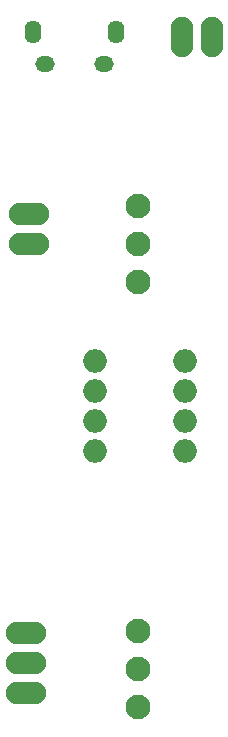
<source format=gbs>
G04 #@! TF.FileFunction,Soldermask,Bot*
%FSLAX46Y46*%
G04 Gerber Fmt 4.6, Leading zero omitted, Abs format (unit mm)*
G04 Created by KiCad (PCBNEW 4.0.1-stable) date Onsdag 20 Januari 2016 21:11:00*
%MOMM*%
G01*
G04 APERTURE LIST*
%ADD10C,0.100000*%
%ADD11O,2.000000X2.000000*%
%ADD12O,1.650000X1.350000*%
%ADD13O,1.400000X1.950000*%
%ADD14O,1.906220X3.414980*%
%ADD15O,3.414980X1.906220*%
%ADD16C,2.100000*%
G04 APERTURE END LIST*
D10*
D11*
X69394000Y-44894000D03*
X69394000Y-47434000D03*
X69394000Y-49974000D03*
X69394000Y-52514000D03*
X77014000Y-52514000D03*
X77014000Y-49974000D03*
X77014000Y-47434000D03*
X77014000Y-44894000D03*
D12*
X70116900Y-19786540D03*
X65116900Y-19786540D03*
D13*
X71116900Y-17086540D03*
X64116900Y-17086540D03*
D14*
X76730000Y-17500000D03*
X79270000Y-17500000D03*
D15*
X63806000Y-34988000D03*
X63806000Y-32448000D03*
D16*
X73000000Y-38200000D03*
X73000000Y-35000000D03*
X73000000Y-31800000D03*
X73000000Y-74200000D03*
X73000000Y-71000000D03*
X73000000Y-67800000D03*
D15*
X63500000Y-67960000D03*
X63500000Y-70500000D03*
X63500000Y-73040000D03*
M02*

</source>
